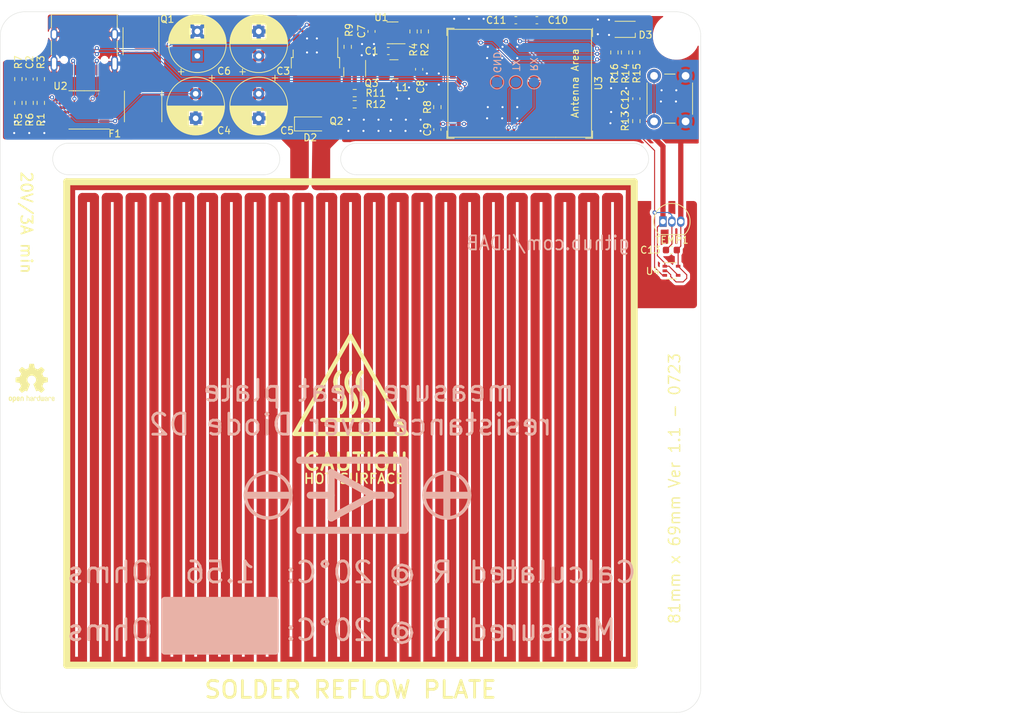
<source format=kicad_pcb>
(kicad_pcb (version 20221018) (generator pcbnew)
  (layers (0 "F.Cu" signal) (31 "B.Cu" signal) (34 "B.Paste" user) (35 "F.Paste" user) (36 "B.SilkS" user "B.Silkscreen") (37 "F.SilkS" user "F.Silkscreen") (38 "B.Mask" user) (39 "F.Mask" user) (44 "Edge.Cuts" user))
  (net 0 "")
  (net 1 "GND")
  (net 2 "VCC")
  (net 3 "/GATE")
  (net 4 "HEATPLATE")
  (net 5 "Net-(U1-LX)")
  (net 6 "/TX0")
  (net 7 "/RX0")
  (net 8 "Net-(U1-BST)")
  (net 9 "+5V")
  (net 10 "Net-(Q1-G)")
  (net 11 "+3V3")
  (net 12 "/GPIO_0{slash}BOOT")
  (net 13 "/T_ANALOG")
  (net 14 "Net-(U3-EN)")
  (net 15 "Net-(D2-A)")
  (net 16 "Net-(D3-RK)")
  (net 17 "/CC1")
  (net 18 "/D+")
  (net 19 "/D-")
  (net 20 "Net-(D3-BK)")
  (net 21 "/CC2")
  (net 22 "Net-(D3-GK)")
  (net 23 "/SEL")
  (net 26 "Net-(Q2-G)")
  (net 27 "/LED_B")
  (net 28 "Net-(Q3-B)")
  (net 29 "Net-(U1-FB)")
  (net 35 "/LED_G")
  (net 36 "/LED_R")
  (net 72 "Net-(F1-Pad1)")
  (footprint "Package_SO:SOIC-8_3.9x4.9mm_P1.27mm" (layer "F.Cu") (at 80.1 64.2 -90)
    (fp_text reference "Q1")
    (fp_text value "WSP4409A")
  )
  (footprint "Connector_USB:USB_C_Receptacle_HRO_TYPE-C-31-M-12" (layer "F.Cu") (at 72.009 64.262 180)
    (fp_text reference "J1" hide)
    (fp_text value "USB_C_Receptacle")
  )
  (footprint "Resistor_SMD:R_0603_1608Metric" (layer "F.Cu") (at 150.8 75.6 90)
    (fp_text reference "R13")
    (fp_text value "10K")
  )
  (footprint "Package_TO_SOT_SMD:SOT-23" (layer "F.Cu") (at 110.6 68.6 -90)
    (fp_text reference "Q3")
    (fp_text value "SS8050")
  )
  (footprint "Resistor_SMD:R_0603_1608Metric" (layer "F.Cu") (at 109.6 65 90)
    (fp_text reference "R9")
    (fp_text value "5K1")
  )
  (footprint "Capacitor_THT:CP_Radial_D8.0mm_P3.50mm" (layer "F.Cu") (at 96.9 71.7 -90)
    (fp_text reference "C5")
    (fp_text value "680u/16V")
  )
  (footprint "Button_Switch_THT:SW_PUSH_6mm_H4.3mm" (layer "F.Cu") (at 153.325 75.64 90)
    (fp_text reference "SW1" hide)
    (fp_text value "SW_Push")
  )
  (footprint "Package_TO_SOT_SMD:SOT-23-6" (layer "F.Cu") (at 116 63 180)
    (fp_text reference "U1")
    (fp_text value "DIO6912")
  )
  (footprint "Resistor_SMD:R_0603_1608Metric" (layer "F.Cu") (at 64.2 73 90)
    (fp_text reference "R6")
    (fp_text value "5K1")
  )
  (footprint "Capacitor_THT:CP_Radial_D8.0mm_P3.50mm" (layer "F.Cu") (at 88.138 66.295651 90)
    (fp_text reference "C6")
    (fp_text value "680u/16V")
  )
  (footprint "Package_TO_SOT_SMD:TO-252-2" (layer "F.Cu") (at 105 69 -90)
    (fp_text reference "Q2")
    (fp_text value "IRLR8726TRPBF")
  )
  (footprint "Package_SO:TSSOP-16_4.4x5mm_P0.65mm" (layer "F.Cu") (at 72 74 180)
    (fp_text reference "U2")
    (fp_text value "IP2721")
  )
  (footprint "NetTie:NetTie-2_SMD_Pad1.3mm" (layer "F.Cu") (at 101.4 84.8 180)
    (fp_text reference "NT1" hide)
    (fp_text value "NetTie_2")
  )
  (footprint "Capacitor_THT:CP_Radial_D8.0mm_P3.50mm" (layer "F.Cu") (at 96.9 66.3 90)
    (fp_text reference "C3")
    (fp_text value "680u/16V")
  )
  (footprint "Resistor_SMD:R_0603_1608Metric" (layer "F.Cu") (at 62.6 69.6 -90)
    (fp_text reference "R7")
    (fp_text value "1M")
  )
  (footprint "Capacitor_SMD:C_0603_1608Metric" (layer "F.Cu") (at 150.8 72.4 -90)
    (fp_text reference "C12")
    (fp_text value "100n")
  )
  (footprint "Resistor_SMD:R_0603_1608Metric" (layer "F.Cu") (at 149.2 65.8 90)
    (fp_text reference "R14")
    (fp_text value "1K")
  )
  (footprint "Resistor_SMD:R_0603_1608Metric" (layer "F.Cu") (at 150.768 65.8 -90)
    (fp_text reference "R15")
    (fp_text value "1K")
  )
  (footprint "Resistor_SMD:R_0603_1608Metric" (layer "F.Cu") (at 65.8 69.6 -90)
    (fp_text reference "R3")
    (fp_text value "10K")
  )
  (footprint "Capacitor_SMD:C_0603_1608Metric" (layer "F.Cu") (at 113 62.8 90)
    (fp_text reference "C7")
    (fp_text value "10u")
  )
  (footprint "Capacitor_SMD:C_0603_1608Metric" (layer "F.Cu") (at 64.2 69.6 90)
    (fp_text reference "C2")
    (fp_text value "10u")
  )
  (footprint "LED_SMD:LED_Cree-PLCC4_2x2mm_CW" (layer "F.Cu") (at 149.2 62.5 180)
    (fp_text reference "D3")
    (fp_text value "LED_RBAG")
  )
  (footprint "Capacitor_SMD:C_0603_1608Metric" (layer "F.Cu") (at 122.4 76.8 90)
    (fp_text reference "C9")
    (fp_text value "100n")
  )
  (footprint "Capacitor_THT:CP_Radial_D8.0mm_P3.50mm" (layer "F.Cu") (at 87.9 71.7 -90)
    (fp_text reference "C4")
    (fp_text value "680u/16V")
  )
  (footprint "MountingHole:MountingHole_3.2mm_M3" (layer "F.Cu") (at 63.5 63.5)
    (fp_text reference "H1" hide)
    (fp_text value "M3")
  )
  (footprint "MountingHole:MountingHole_3.2mm_M3" (layer "F.Cu") (at 156.5 156.5)
    (fp_text reference "H4" hide)
    (fp_text value "M3")
  )
  (footprint "Capacitor_SMD:C_0603_1608Metric" (layer "F.Cu") (at 119.8 68.2 90)
    (fp_text reference "C8")
    (fp_text value "10u")
  )
  (footprint "Resistor_SMD:R_0603_1608Metric" (layer "F.Cu") (at 110.6 71.6)
    (fp_text reference "R11")
    (fp_text value "10k")
  )
  (footprint "Capacitor_SMD:C_0603_1608Metric" (layer "F.Cu") (at 136.6 61.2 180)
    (fp_text reference "C10")
    (fp_text value "10u")
  )
  (footprint "Capacitor_SMD:C_0603_1608Metric" (layer "F.Cu") (at 155.8 94 180)
    (fp_text reference "C13")
    (fp_text value "68p")
  )
  (footprint "Package_TO_SOT_THT:TO-92_Inline" (layer "F.Cu") (at 154.6 89.94)
    (fp_text reference "TEMP1")
    (fp_text value "LMT85")
  )
  (footprint "Espressif:ESP32-S3-MINI-1" (layer "F.Cu") (at 131.6 70.2 -90)
    (fp_text reference "U3")
    (fp_text value "ESP32-S3-MINI-1")
  )
  (footprint "Inductor_SMD:L_1210_3225Metric" (layer "F.Cu") (at 116.2 68.2)
    (fp_text reference "L1")
    (fp_text value "4.7u")
  )
  (footprint "Capacitor_SMD:C_0603_1608Metric" (layer "F.Cu") (at 133.6 61.2)
    (fp_text reference "C11")
    (fp_text value "100n")
  )
  (footprint "Resistor_SMD:R_0603_1608Metric" (layer "F.Cu") (at 62.6 73 90)
    (fp_text reference "R5")
    (fp_text value "5K1")
  )
  (footprint "Resistor_SMD:R_0603_1608Metric" (layer "F.Cu") (at 119 62.8 -90)
    (fp_text reference "R4")
    (fp_text value "22K")
  )
  (footprint "Capacitor_SMD:C_0603_1608Metric" (layer "F.Cu") (at 115.4 65.6)
    (fp_text reference "C1")
    (fp_text value "100n")
  )
  (footprint "Resistor_SMD:R_0603_1608Metric" (layer "F.Cu") (at 122.4 73.6 90)
    (fp_text reference "R8")
    (fp_text value "1K")
  )
  (footprint "MountingHole:MountingHole_3.2mm_M3" (layer "F.Cu") (at 63.5 156.5)
    (fp_text reference "H3" hide)
    (fp_text value "M3")
  )
  (footprint "Symbol:OSHW-Logo2_7.3x6mm_SilkScreen" (layer "F.Cu") (at 64.5 113)
    (fp_text reference "LOGO1" hide)
    (fp_text value "Logo_Open_Hardware_Small" hide)
  )
  (footprint "Package_TO_SOT_SMD:SOT-353_SC-70-5" (layer "F.Cu") (at 155.814 96.962)
    (fp_text reference "U4")
    (fp_text value "LMT85DCK")
  )
  (footprint "Diode_SMD:D_SOD-123" (layer "F.Cu") (at 104.25 76)
    (fp_text reference "D2")
    (fp_text value "B5819W")
  )
  (footprint "Resistor_SMD:R_0603_1608Metric" (layer "F.Cu") (at 147.668 65.8 -90)
    (fp_text reference "R16")
    (fp_text value "1K")
  )
  (footprint "Resistor_SMD:R_0603_1608Metric" (layer "F.Cu") (at 120.6 62.8 90)
    (fp_text reference "R2")
    (fp_text value "100K")
  )
  (footprint "MountingHole:MountingHole_3.2mm_M3" (layer "F.Cu") (at 156.5 63.5)
    (fp_text reference "H2" hide)
    (fp_text value "M3")
  )
  (footprint "NetTie:NetTie-2_SMD_Pad1.3mm" (layer "F.Cu") (at 107.1 84.8)
    (fp_text reference "NT2" hide)
    (fp_text value "NetTie_2")
  )
  (footprint "Fuse:Fuse_2920_7451Metric" (layer "F.Cu") (at 80.4 73.5 90)
    (fp_text reference "F1")
    (fp_text value "3A")
  )
  (footprint "Resistor_SMD:R_0603_1608Metric" (layer "F.Cu") (at 65.8 73 -90)
    (fp_text reference "R1")
    (fp_text value "100K")
  )
  (footprint "Resistor_SMD:R_0603_1608Metric" (layer "F.Cu") (at 110.6 73.2 180)
    (fp_text reference "R12")
    (fp_text value "1k")
  )
  (footprint "TestPoint:TestPoint_Pad_D1.5mm" (layer "B.Cu") (at 130.91 70.05)
    (fp_text reference "TP3" hide)
    (fp_text value "TestPoint")
  )
  (footprint "TestPoint:TestPoint_Pad_D1.5mm" (layer "B.Cu") (at 133.6 70.05)
    (fp_text reference "TP1" hide)
    (fp_text value "TestPoint")
  )
  (footprint "TestPoint:TestPoint_Pad_D1.5mm" (layer "B.Cu") (at 136.2 70.05)
    (fp_text reference "TP2" hide)
    (fp_text value "TestPoint")
  )
  (gr_line (start 107.25 129) (end 104.25 129) (stroke (width 1)) (layer "B.SilkS"))
  (gr_line (start 117.75 134) (end 102.75 134) (stroke (width 1)) (layer "B.SilkS"))
  (gr_line (start 126.75 129) (end 120.75 129) (stroke (width 1)) (layer "B.SilkS"))
  (gr_line (start 117.75 134) (end 117.75 124) (stroke (width 1)) (layer "B.SilkS"))
  (gr_line (start 117.75 124) (end 102.75 124) (stroke (width 1)) (layer "B.SilkS"))
  (gr_circle (center 98.25 129) (end 95 129) (stroke (width 0.5)) (fill none) (layer "B.SilkS"))
  (gr_circle (center 123.75 129) (end 120.5 129) (stroke (width 0.5)) (fill none) (layer "B.SilkS"))
  (gr_line (start 107.25 125.75) (end 113.25 129) (stroke (width 1)) (layer "B.SilkS"))
  (gr_line (start 101.25 129) (end 95.25 129) (stroke (width 1)) (layer "B.SilkS"))
  (gr_line (start 107.25 132.25) (end 107.25 125.75) (stroke (width 1)) (layer "B.SilkS"))
  (gr_line (start 112.75 129) (end 115.75 129) (stroke (width 1)) (layer "B.SilkS"))
  (gr_line (start 123.75 132) (end 123.75 126) (stroke (width 1)) (layer "B.SilkS"))
  (gr_line (start 113.25 129) (end 107.25 132.25) (stroke (width 1)) (layer "B.SilkS"))
  (gr_rect (start 83.5 144) (end 99.25 151.25) (stroke (width 1)) (fill solid) (layer "B.SilkS"))
  (gr_arc (start 108.4 114.181) (mid 107.981618 113.55435) (end 107.834891 112.815293) (stroke (width 0.6)) (layer "F.SilkS"))
  (gr_arc (start 108.634 114.416) (mid 109.052458 115.042267) (end 109.199402 115.781) (stroke (width 0.6)) (layer "F.SilkS"))
  (gr_line locked (start 102 120.25) (end 110 106.25) (stroke (width 0.6)) (layer "F.SilkS"))
  (gr_line locked (start 110 114.25) (end 110.234 114.484) (stroke (width 0.6)) (layer "F.SilkS"))
  (gr_line locked (start 102 120.25) (end 118 120.25) (stroke (width 0.6)) (layer "F.SilkS"))
  (gr_arc (start 111.6 114.181) (mid 111.181618 113.55435) (end 111.034891 112.815293) (stroke (width 0.6)) (layer "F.SilkS"))
  (gr_arc (start 110 114.25) (mid 109.581235 113.623274) (end 109.434184 112.884) (stroke (width 0.6)) (layer "F.SilkS"))
  (gr_arc (start 110.8 115.85) (mid 110.653011 116.588962) (end 110.234423 117.215423) (stroke (width 0.6)) (layer "F.SilkS"))
  (gr_line (start 69.5 84.25) (end 69.5 153.25) (stroke (width 1)) (layer "F.SilkS"))
  (gr_arc (start 109.2 115.781) (mid 109.053011 116.519962) (end 108.634423 117.146423) (stroke (width 0.6)) (layer "F.SilkS"))
  (gr_arc (start 107.834 112.816) (mid 107.981065 112.076656) (end 108.39987 111.44987) (stroke (width 0.6)) (layer "F.SilkS"))
  (gr_arc (start 110.234 114.484) (mid 110.652841 115.110344) (end 110.800109 115.849293) (stroke (width 0.6)) (layer "F.SilkS"))
  (gr_arc (start 111.834 114.416) (mid 112.252458 115.042267) (end 112.399402 115.781) (stroke (width 0.6)) (layer "F.SilkS"))
  (gr_arc (start 112.4 115.781) (mid 112.253011 116.519962) (end 111.834423 117.146423) (stroke (width 0.6)) (layer "F.SilkS"))
  (gr_line locked (start 106 118.25) (end 114 118.25) (stroke (width 0.6)) (layer "F.SilkS"))
  (gr_line (start 150.5 84.25) (end 69.5 84.25) (stroke (width 1)) (layer "F.SilkS"))
  (gr_arc (start 111.034 112.816) (mid 111.181065 112.076656) (end 111.59987 111.44987) (stroke (width 0.6)) (layer "F.SilkS"))
  (gr_arc (start 109.434 112.884) (mid 109.581065 112.144656) (end 109.99987 111.51787) (stroke (width 0.6)) (layer "F.SilkS"))
  (gr_line locked (start 110 106.25) (end 118 120.25) (stroke (width 0.6)) (layer "F.SilkS"))
  (gr_line (start 150.5 153.25) (end 69.5 153.25) (stroke (width 1)) (layer "F.SilkS"))
  (gr_line locked (start 108.4 114.181) (end 108.634 114.416) (stroke (width 0.6)) (layer "F.SilkS"))
  (gr_line (start 150.5 84.25) (end 150.5 153.25) (stroke (width 1)) (layer "F.SilkS"))
  (gr_line locked (start 111.6 114.181) (end 111.834 114.416) (stroke (width 0.6)) (layer "F.SilkS"))
  (gr_arc (start 156.5 60) (mid 158.974874 61.025126) (end 160 63.5) (stroke (width 0.05)) (layer "Edge.Cuts"))
  (gr_line (start 60 156.5) (end 60 63.5) (stroke (width 0.05)) (layer "Edge.Cuts"))
  (gr_arc (start 69.75 83.25) (mid 67.5 81) (end 69.75 78.75) (stroke (width 0.05)) (layer "Edge.Cuts"))
  (gr_line (start 97.65 78.75) (end 69.75 78.75) (stroke (width 0.05)) (layer "Edge.Cuts"))
  (gr_arc (start 63.5 160) (mid 61.025126 158.974874) (end 60 156.5) (stroke (width 0.05)) (layer "Edge.Cuts"))
  (gr_arc (start 110.85 83.25) (mid 108.6 81) (end 110.85 78.75) (stroke (width 0.05)) (layer "Edge.Cuts"))
  (gr_arc (start 160 156.5) (mid 158.974874 158.974874) (end 156.5 160) (stroke (width 0.05)) (layer "Edge.Cuts"))
  (gr_line (start 156.5 160) (end 63.5 160) (stroke (width 0.05)) (layer "Edge.Cuts"))
  (gr_line (start 69.75 83.25) (end 97.65 83.25) (stroke (width 0.05)) (layer "Edge.Cuts"))
  (gr_arc (start 150.3 78.75) (mid 152.55 81) (end 150.3 83.25) (stroke (width 0.05)) (layer "Edge.Cuts"))
  (gr_line (start 150.3 83.25) (end 110.85 83.25) (stroke (width 0.05)) (layer "Edge.Cuts"))
  (gr_arc (start 60 63.5) (mid 61.025126 61.025126) (end 63.5 60) (stroke (width 0.05)) (layer "Edge.Cuts"))
  (gr_line (start 63.5 60) (end 156.5 60) (stroke (width 0.05)) (layer "Edge.Cuts"))
  (gr_line (start 110.85 78.75) (end 150.3 78.75) (stroke (width 0.05)) (layer "Edge.Cuts"))
  (gr_arc (start 97.65 78.75) (mid 99.9 81) (end 97.65 83.25) (stroke (width 0.05)) (layer "Edge.Cuts"))
  (gr_line (start 160 63.5) (end 160 156.5) (stroke (width 0.05)) (layer "Edge.Cuts"))
  (gr_text "github.com/LDAB" (at 150 93) (layer "B.SilkS") (effects (font (size 2 1.8) (thickness 0.25)) (justify left mirror)))
  (gr_text "GND" (at 130.91 68.85 270) (layer "B.SilkS") (effects (font (size 1 1)) (justify left mirror)))
  (gr_text "TX" (at 133.604 68.58 270) (layer "B.SilkS") (effects (font (size 1 1)) (justify left mirror)))
  (gr_text "RX" (at 136.144 68.58 270) (layer "B.SilkS") (effects (font (size 1 1)) (justify left mirror)))
  (gr_text "1.56  Ohms" (at 69.25 140) (layer "B.SilkS") (effects (font (size 3 3) (thickness 0.4)) (justify right mirror)))
  (gr_text "Measured R @ 20°C:" (at 100.5 148.25) (layer "B.SilkS") (effects (font (size 3 3) (thickness 0.4)) (justify right mirror)))
  (gr_text "Calculated R @ 20°C:" (at 100.5 140) (layer "B.SilkS") (effects (font (size 3 3) (thickness 0.4)) (justify right mirror)))
  (gr_text "measure heat plate \nresistance over Diode D2" (at 110 116.5) (layer "B.SilkS") (effects (font (size 3 3) (thickness 0.4)) (justify mirror)))
  (gr_text "Ohms" (at 69.25 148.25) (layer "B.SilkS") (effects (font (size 3 3) (thickness 0.4)) (justify right mirror)))
  (gr_text "Ver 1.1 - 0723\n" (at 156.25 128.1 90) (layer "F.SilkS") (effects (font (size 1.6 1.6) (thickness 0.2)) (justify left)))
  (gr_text "CAUTION" (at 103 124.25) (layer "F.SilkS") (effects (font (size 2.4 2.4) (thickness 0.4)) (justify left)))
  (gr_text "20V/3A min" (at 63.75 82.65 270) (layer "F.SilkS") (effects (font (size 1.6 1.6) (thickness 0.25)) (justify left)))
  (gr_text "HOT SURFACE" (at 103.2 126.65) (layer "F.SilkS") (effects (font (size 1.4 1.4) (thickness 0.24)) (justify left)))
  (gr_text "81mm x 69mm" (at 156.25 147.5 90) (layer "F.SilkS") (effects (font (size 1.6 1.6) (thickness 0.2)) (justify left)))
  (gr_text "SOLDER REFLOW PLATE" (at 110 156.75) (layer "F.SilkS") (effects (font (size 2.4 2.4) (thickness 0.4))))
  (segment (start 156.764 96.312) (end 157.988 97.536) (width 0.15) (layer "F.Cu") (net 1))
  (segment (start 156.764 94.189) (end 156.764 96.312) (width 0.15) (layer "F.Cu") (net 1))
  (segment (start 156.575 94) (end 156.764 94.189) (width 0.15) (layer "F.Cu") (net 1))
  (segment (start 157.14 93.435) (end 157.14 89.94) (width 0.15) (layer "F.Cu") (net 1))
  (segment (start 157.988 97.536) (end 157.988 98.044) (width 0.15) (layer "F.Cu") (net 1))
  (segment (start 156.575 94) (end 157.14 93.435) (width 0.15) (layer "F.Cu") (net 1))
  (segment (start 155.702 97.536) (end 155.128 96.962) (width 0.15) (layer "F.Cu") (net 1))
  (segment (start 157.48 98.552) (end 156.464 98.552) (width 0.15) (layer "F.Cu") (net 1))
  (segment (start 155.128 96.962) (end 154.864 96.962) (width 0.15) (layer "F.Cu") (net 1))
  (segment (start 157.988 98.044) (end 157.48 98.552) (width 0.15) (layer "F.Cu") (net 1))
  (segment (start 156.464 98.552) (end 155.702 97.79) (width 0.15) (layer "F.Cu") (net 1))
  (segment (start 157.14 76.325) (end 157.825 75.64) (width 0.75) (layer "F.Cu") (net 1))
  (segment (start 155.702 97.79) (end 155.702 97.536) (width 0.15) (layer "F.Cu") (net 1))
  (segment (start 157.14 89.94) (end 157.14 76.325) (width 0.75) (layer "F.Cu") (net 1))
  (via (at 129.6 65) (size 0.6) (drill 0.3) (layers "F.Cu" "B.Cu") (net 1))
  (via (at 129.6 73.6) (size 0.6) (drill 0.3) (layers "F.Cu" "B.Cu") (net 1))
  (via (at 149.25 75.9) (size 0.6) (drill 0.3) (layers "F.Cu" "B.Cu") (net 1))
  (via (at 129 61) (size 0.6) (drill 0.3) (layers "F.Cu" "B.Cu") (net 1))
  (via (at 154.3 72.8) (size 0.6) (drill 0.3) (layers "F.Cu" "B.Cu") (net 1))
  (via (at 156.45 72.8) (size 0.6) (drill 0.3) (layers "F.Cu" "B.Cu") (net 1))
  (via (at 133.8 65) (size 0.6) (drill 0.3) (layers "F.Cu" "B.Cu") (net 1))
  (via (at 109.7 77) (size 0.6) (drill 0.3) (layers "F.Cu" "B.Cu") (net 1))
  (via (at 147.3 69.3) (size 0.6) (drill 0.3) (layers "F.Cu" "B.Cu") (net 1))
  (via (at 122.6 68.8) (size 0.6) (drill 0.3) (layers "F.Cu" "B.Cu") (net 1))
  (via (at 62.1 75.7) (size 0.6) (drill 0.3) (layers "F.Cu" "B.Cu") (net 1))
  (via (at 133.8 73.6) (size 0.6) (drill 0.3) (layers "F.Cu" "B.Cu") (net 1))
  (via (at 145.3 63.2) (size 0.6) (drill 0.3) (layers "F.Cu" "B.Cu") (net 1))
  (via (at 116.6 72.4) (size 0.6) (drill 0.3) (layers "F.Cu" "B.Cu") (net 1))
  (via (at 147.2 70.9) (size 0.6) (drill 0.3) (layers "F.Cu" "B.Cu") (net 1))
  (via (at 103.8 65.8) (size 0.6) (drill 0.3) (layers "F.Cu" "B.Cu") (net 1))
  (via (at 133.8 75.2) (size 0.6) (drill 0.3) (layers "F.Cu" "B.Cu") (net 1))
  (via (at 131.65 75.2) (size 0.6) (drill 0.3) (layers "F.Cu" "B.Cu") (net 1))
  (via (at 116.65 70.8) (size 0.6) (drill 0.3) (layers "F.Cu" "B.Cu") (net 1))
  (via (at 154.4 71.2) (size 0.6) (drill 0.3) (layers "F.Cu" "B.Cu") (net 1))
  (via (at 120 75.4) (size 0.6) (drill 0.3) (layers "F.Cu" "B.Cu") (net 1))
  (via (at 131.7 73.6) (size 0.6) (drill 0.3) (layers "F.Cu" "B.Cu") (net 1))
  (via (at 111.9 75.4) (size 0.6) (drill 0.3) (layers "F.Cu" "B.Cu") (net 1))
  (via (at 111.85 77) (size 0.6) (drill 0.3) (layers "F.Cu" "B.Cu") (net 1))
  (via (at 113.35 66.2) (size 0.6) (drill 0.3) (layers "F.Cu" "B.Cu") (net 1))
  (via (at 149.3 74.3) (size 0.6) (drill 0.3) (layers "F.Cu" "B.Cu") (net 1))
  (via (at 124.8 61) (size 0.6) (drill 0.3) (layers "F.Cu" "B.Cu") (net 1))
  (via (at 64.2 75.7) (size 0.6) (drill 0.3) (layers "F.Cu" "B.Cu") (net 1))
  (via (at 118.35 72.4) (size 0.6) (drill 0.3) (layers "F.Cu" "B.Cu") (net 1))
  (via (at 131.7 65) (size 0.6) (drill 0.3) (layers "F.Cu" "B.Cu") (net 1))
  (via (at 126.9 61) (size 0.6) (drill 0.3) (layers "F.Cu" "B.Cu") (net 1))
  (via (at 118.35 70.8) (size 0.6) (drill 0.3) (layers "F.Cu" "B.Cu") (net 1))
  (via (at 64.15 77.3) (size 0.6) (drill 0.3) (layers "F.Cu" "B.Cu") (net 1))
  (via (at 113.35 64.6) (size 0.6) (drill 0.3) (layers "F.Cu" "B.Cu") (net 1))
  (via (at 114 77) (size 0.6) (drill 0.3) (layers "F.Cu" "B.Cu") (net 1))
  (via (at 109.8 75.4) (size 0.6) (drill 0.3) (layers "F.Cu" "B.Cu") (net 1))
  (via (at 120 77) (size 0.6) (drill 0.3) (layers "F.Cu" "B.Cu") (net 1))
  (via (at 156.5 71.2) (size 0.6) (drill 0.3) (layers "F.Cu" "B.Cu") (net 1))
  (via (at 149.4 69.3) (size 0.6) (drill 0.3) (layers "F.Cu" "B.Cu") (net 1))
  (via (at 66.3 75.7) (size 0.6) (drill 0.3) (layers "F.Cu" "B.Cu") (net 1))
  (via (at 120.9 68.8) (size 0.6) (drill 0.3) (layers "F.Cu" "B.Cu") (net 1))
  (via (at 103.8 63.8) (size 0.6) (drill 0.3) (layers "F.Cu" "B.Cu") (net 1))
  (via (at 111.65 64.6) (size 0.6) (drill 0.3) (layers "F.Cu" "B.Cu") (net 1))
  (via (at 149.35 70.9) (size 0.6) (drill 0.3) (layers "F.Cu" "B.Cu") (net 1))
  (via (at 133.8 66.6) (size 0.6) (drill 0.3) (layers "F.Cu" "B.Cu") (net 1))
  (via (at 146.9 61.15) (size 0.6) (drill 0.3) (layers "F.Cu" "B.Cu") (net 1))
  (via (at 146.9 63.3) (size 0.6) (drill 0.3) (layers "F.Cu" "B.Cu") (net 1))
  (via (at 117.85 77) (size 0.6) (drill 0.3) (layers "F.Cu" "B.Cu") (net 1))
  (via (at 145.3 61.1) (size 0.6) (drill 0.3) (layers "F.Cu" "B.Cu") (net 1))
  (via (at 114 75.4) (size 0.6) (drill 0.3) (layers "F.Cu" "B.Cu") (net 1))
  (via (at 115.8 75.4) (size 0.6) (drill 0.3) (layers "F.Cu" "B.Cu") (net 1))
  (via (at 117.9 75.4) (size 0.6) (drill 0.3) (layers "F.Cu" "B.Cu") (net 1))
  (via (at 66.3 77.3) (size 0.6) (drill 0.3) (layers "F.Cu" "B.Cu") (net 1))
  (via (at 120.85 70.4) (size 0.6) (drill 0.3) (layers "F.Cu" "B.Cu") (net 1))
  (via (at 131.65 66.6) (size 0.6) (drill 0.3) (layers "F.Cu" "B.Cu") (net 1))
  (via (at 62 77.3) (size 0.6) (drill 0.3) (layers "F.Cu" "B.Cu") (net 1))
  (via (at 129.5 75.2) (size 0.6) (drill 0.3) (layers "F.Cu" "B.Cu") (net 1))
  (via (at 147.2 74.3) (size 0.6) (drill 0.3) (layers "F.Cu" "B.Cu") (net 1))
  (via (at 111.6 66.2) (size 0.6) (drill 0.3) (layers "F.Cu" "B.Cu") (net 1))
  (via (at 105.2 65.8) (size 0.6) (drill 0.3) (layers "F.Cu" "B.Cu") (net 1))
  (via (at 105.2 63.8) (size 0.6) (drill 0.3) (layers "F.Cu" "B.Cu") (net 1))
  (via (at 115.7 77) (size 0.6) (drill 0.3) (layers "F.Cu" "B.Cu") (net 1))
  (via (at 129.5 66.6) (size 0.6) (drill 0.3) (layers "F.Cu" "B.Cu") (net 1))
  (via (at 147.1 75.9) (size 0.6) (drill 0.3) (layers "F.Cu" "B.Cu") (net 1))
  (via (at 122.6 70.4) (size 0.6) (drill 0.3) (layers "F.Cu" "B.Cu") (net 1))
  (segment (start 76.4 75.6) (end 76.375 75.625) (width 0.15) (layer "F.Cu") (net 2))
  (segment (start 106.580978 66.4) (end 109.2 66.4) (width 0.3) (layer "F.Cu") (net 2))
  (segment (start 65.8 72.175) (end 65.825 72.2) (width 0.15) (layer "F.Cu") (net 2))
  (segment (start 109.6 66) (end 109.6 65.825) (width 0.3) (layer "F.Cu") (net 2))
  (segment (start 109.2 66.4) (end 109.6 66) (width 0.3) (layer "F.Cu") (net 2))
  (segment (start 102.3 84.8) (end 103.4 84.8) (width 1.3) (layer "F.Cu") (net 2))
  (segment (start 102.15 61.8) (end 103.15 62.8) (width 0.3) (layer "F.Cu") (net 2))
  (segment (start 105.4 62.8) (end 106.2 63.6) (width 0.3) (layer "F.Cu") (net 2))
  (segment (start 103.15 62.8) (end 105.4 62.8) (width 0.3) (layer "F.Cu") (net 2))
  (segment (start 76.375 75.625) (end 74.8625 75.625) (width 0.15) (layer "F.Cu") (net 2))
  (segment (start 106.2 66.019022) (end 106.580978 66.4) (width 0.3) (layer "F.Cu") (net 2))
  (segment (start 65.825 72.2) (end 67.4 72.2) (width 0.15) (layer "F.Cu") (net 2))
  (segment (start 106.2 63.6) (end 106.2 66.019022) (width 0.3) (layer "F.Cu") (net 2))
  (via (at 76.4 75.6) (size 0.6) (drill 0.3) (layers "F.Cu" "B.Cu") (net 2))
  (via (at 67.4 72.2) (size 0.6) (drill 0.3) (layers "F.Cu" "B.Cu") (net 2))
  (segment (start 70.8 75.6) (end 67.4 72.2) (width 0.15) (layer "B.Cu") (net 2))
  (segment (start 87.9 71.7) (end 80.3 71.7) (width 0.15) (layer "B.Cu") (net 2))
  (segment (start 80.3 71.7) (end 76.4 75.6) (width 0.15) (layer "B.Cu") (net 2))
  (segment (start 76.4 75.6) (end 70.8 75.6) (width 0.15) (layer "B.Cu") (net 2))
  (segment (start 111.425 73.2) (end 111.62452 73.39952) (width 0.15) (layer "F.Cu") (net 3))
  (segment (start 122.850841 73.39952) (end 123.4 72.850361) (width 0.15) (layer "F.Cu") (net 3))
  (segment (start 123.4 66.8) (end 124.25 65.95) (width 0.15) (layer "F.Cu") (net 3))
  (segment (start 123.4 72.850361) (end 123.4 66.8) (width 0.15) (layer "F.Cu") (net 3))
  (segment (start 111.62452 73.39952) (end 122.850841 73.39952) (width 0.15) (layer "F.Cu") (net 3))
  (segment (start 124.25 65.95) (end 124.6 65.95) (width 0.15) (layer "F.Cu") (net 3))
  (segment (start 87.05 86.5) (end 87.05 152.7) (width 1.3) (layer "F.Cu") (net 4))
  (segment (start 102.35 86.5) (end 104.05 86.5) (width 1.3) (layer "F.Cu") (net 4))
  (segment (start 141.45 152.7) (end 143.15 152.7) (width 1.3) (layer "F.Cu") (net 4))
  (segment (start 146.55 86.5) (end 148.25 86.5) (width 1.3) (layer "F.Cu") (net 4))
  (segment (start 115.95 152.7) (end 115.95 86.5) (width 1.3) (layer "F.Cu") (net 4))
  (segment (start 144.85 86.5) (end 144.85 152.7) (width 1.3) (layer "F.Cu") (net 4))
  (segment (start 119.35 86.5) (end 121.05 86.5) (width 1.3) (layer "F.Cu") (net 4))
  (segment (start 97.25 86.5) (end 97.25 152.7) (width 1.3) (layer "F.Cu") (net 4))
  (segment (start 121.05 86.5) (end 121.05 152.7) (width 1.3) (layer "F.Cu") (net 4))
  (segment (start 112.55 86.5) (end 114.25 86.5) (width 1.3) (layer "F.Cu") (net 4))
  (segment (start 117.65 152.7) (end 119.35 152.7) (width 1.3) (layer "F.Cu") (net 4))
  (segment (start 88.75 86.5) (end 90.45 86.5) (width 1.3) (layer "F.Cu") (net 4))
  (segment (start 132.95 86.5) (end 134.65 86.5) (width 1.3) (layer "F.Cu") (net 4))
  (segment (start 131.25 152.7) (end 132.95 152.7) (width 1.3) (layer "F.Cu") (net 4))
  (segment (start 98.95 86.5) (end 100.65 86.5) (width 1.3) (layer "F.Cu") (net 4))
  (segment (start 124.45 152.7) (end 126.15 152.7) (width 1.3) (layer "F.Cu") (net 4))
  (segment (start 129.55 86.5) (end 131.25 86.5) (width 1.3) (layer "F.Cu") (net 4))
  (segment (start 90.45 86.5) (end 90.45 152.7) (width 1.3) (layer "F.Cu") (net 4))
  (segment (start 139.75 152.7) (end 139.75 86.5) (width 1.3) (layer "F.Cu") (net 4))
  (segment (start 127.85 86.5) (end 127.85 152.7) (width 1.3) (layer "F.Cu") (net 4))
  (segment (start 134.65 86.5) (end 134.65 152.7) (width 1.3) (layer "F.Cu") (net 4))
  (segment (start 87.05 152.7) (end 88.75 152.7) (width 1.3) (layer "F.Cu") (net 4))
  (segment (start 81.95 152.7) (end 81.95 86.5) (width 1.3) (layer "F.Cu") (net 4))
  (segment (start 102.35 152.7) (end 102.35 86.5) (width 1.3) (layer "F.Cu") (net 4))
  (segment (start 81.95 86.5) (end 83.65 86.5) (width 1.3) (layer "F.Cu") (net 4))
  (segment (start 92.15 152.7) (end 92.15 86.5) (width 1.3) (layer "F.Cu") (net 4))
  (segment (start 83.65 86.5) (end 83.65 152.7) (width 1.3) (layer "F.Cu") (net 4))
  (segment (start 90.45 152.7) (end 92.15 152.7) (width 1.3) (layer "F.Cu") (net 4))
  (segment (start 141.45 86.5) (end 141.45 152.7) (width 1.3) (layer "F.Cu") (net 4))
  (segment (start 78.55 86.5) (end 80.25 86.5) (width 1.3) (layer "F.Cu") (net 4))
  (segment (start 126.15 152.7) (end 126.15 86.5) (width 1.3) (layer "F.Cu") (net 4))
  (segment (start 70.05 84.8) (end 70.05 152.7) (width 1.3) (layer "F.Cu") (net 4))
  (segment (start 149.95 152.7) (end 149.95 84.8) (width 1.3) (layer "F.Cu") (net 4))
  (segment (start 138.05 86.5) (end 138.05 152.7) (width 1.3) (layer "F.Cu") (net 4))
  (segment (start 104.05 86.5) (end 104.05 152.7) (width 1.3) (layer "F.Cu") (net 4))
  (segment (start 76.85 86.5) (end 76.85 152.7) (width 1.3) (layer "F.Cu") (net 4))
  (segment (start 139.75 86.5) (end 141.45 86.5) (width 1.3) (layer "F.Cu") (net 4))
  (segment (start 71.75 86.5) (end 73.45 86.5) (width 1.3) (layer "F.Cu") (net 4))
  (segment (start 93.85 86.5) (end 93.85 152.7) (width 1.3) (layer "F.Cu") (net 4))
  (segment (start 143.15 86.5) (end 144.85 86.5) (width 1.3) (layer "F.Cu") (net 4))
  (segment (start 107.45 86.5) (end 107.45 152.7) (width 1.3) (layer "F.Cu") (net 4))
  (segment (start 85.35 86.5) (end 87.05 86.5) (width 1.3) (layer "F.Cu") (net 4))
  (segment (start 136.35 152.7) (end 136.35 86.5) (width 1.3) (layer "F.Cu") (net 4))
  (segment (start 144.85 152.7) (end 146.55 152.7) (width 1.3) (layer "F.Cu") (net 4))
  (segment (start 148.25 86.5) (end 148.25 152.7) (width 1.3) (layer "F.Cu") (net 4))
  (segment (start 114.25 152.7) (end 115.95 152.7) (width 1.3) (layer "F.Cu") (net 4))
  (segment (start 132.95 152.7) (end 132.95 86.5) (width 1.3) (layer "F.Cu") (net 4))
  (segment (start 134.65 152.7) (end 136.35 152.7) (width 1.3) (layer "F.Cu") (net 4))
  (segment (start 104.05 152.7) (end 105.75 152.7) (width 1.3) (layer "F.Cu") (net 4))
  (segment (start 98.95 152.7) (end 98.95 86.5) (width 1.3) (layer "F.Cu") (net 4))
  (segment (start 95.55 152.7) (end 95.55 86.5) (width 1.3) (layer "F.Cu") (net 4))
  (segment (start 80.25 152.7) (end 81.95 152.7) (width 1.3) (layer "F.Cu") (net 4))
  (segment (start 107.45 152.7) (end 109.15 152.7) (width 1.3) (layer "F.Cu") (net 4))
  (segment (start 126.15 86.5) (end 127.85 86.5) (width 1.3) (layer "F.Cu") (net 4))
  (segment (start 85.35 152.7) (end 85.35 86.5) (width 1.3) (layer "F.Cu") (net 4))
  (segment (start 97.25 152.7) (end 98.95 152.7) (width 1.3) (layer "F.Cu") (net 4))
  (segment (start 114.25 86.5) (end 114.25 152.7) (width 1.3) (layer "F.Cu") (net 4))
  (segment (start 109.15 86.5) (end 110.85 86.5) (width 1.3) (layer "F.Cu") (net 4))
  (segment (start 75.15 152.7) (end 75.15 86.5) (width 1.3) (layer "F.Cu") (net 4))
  (segment (start 110.85 152.7) (end 112.55 152.7) (width 1.3) (layer "F.Cu") (net 4))
  (segment (start 100.5 84.8) (end 70.05 84.8) (width 1.3) (layer "F.Cu") (net 4))
  (segment (start 131.25 86.5) (end 131.25 152.7) (width 1.3) (layer "F.Cu") (net 4))
  (segment (start 121.05 152.7) (end 122.75 152.7) (width 1.3) (layer "F.Cu") (net 4))
  (segment (start 100.65 152.7) (end 102.35 152.7) (width 1.3) (layer "F.Cu") (net 4))
  (segment (start 100.65 86.5) (end 100.65 152.7) (width 1.3) (layer "F.Cu") (net 4))
  (segment (start 122.75 86.5) (end 124.45 86.5) (width 1.3) (layer "F.Cu") (net 4))
  (segment (start 105.75 152.7) (end 105.75 86.5) (width 1.3) (layer "F.Cu") (net 4))
  (segment (start 115.95 86.5) (end 117.65 86.5) (width 1.3) (layer "F.Cu") (net 4))
  (segment (start 112.55 152.7) (end 112.55 86.5) (width 1.3) (layer "F.Cu") (net 4))
  (segment (start 71.75 152.7) (end 71.75 86.5) (width 1.3) (layer "F.Cu") (net 4))
  (segment (start 124.45 86.5) (end 124.45 152.7) (width 1.3) (layer "F.Cu") (net 4))
  (segment (start 109.15 152.7) (end 109.15 86.5) (width 1.3) (layer "F.Cu") (net 4))
  (segment (start 136.35 86.5) (end 138.05 86.5) (width 1.3) (layer "F.Cu") (net 4))
  (segment (start 138.05 152.7) (end 139.75 152.7) (width 1.3) (layer "F.Cu") (net 4))
  (segment (start 73.45 86.5) (end 73.45 152.7) (width 1.3) (layer "F.Cu") (net 4))
  (segment (start 119.35 152.7) (end 119.35 86.5) (width 1.3) (layer "F.Cu") (net 4))
  (segment (start 80.25 86.5) (end 80.25 152.7) (width 1.3) (layer "F.Cu") (net 4))
  (segment (start 75.15 86.5) (end 76.85 86.5) (width 1.3) (layer "F.Cu") (net 4))
  (segment (start 146.55 152.7) (end 146.55 86.5) (width 1.3) (layer "F.Cu") (net 4))
  (segment (start 70.05 152.7) (end 71.75 152.7) (width 1.3) (layer "F.Cu") (net 4))
  (segment (start 78.55 152.7) (end 78.55 86.5) (width 1.3) (layer "F.Cu") (net 4))
  (segment (start 73.45 152.7) (end 75.15 152.7) (width 1.3) (layer "F.Cu") (net 4))
  (segment (start 117.65 86.5) (end 117.65 152.7) (width 1.3) (layer "F.Cu") (net 4))
  (segment (start 143.15 152.7) (end 143.15 86.5) (width 1.3) (layer "F.Cu") (net 4))
  (segment (start 127.85 152.7) (end 129.55 152.7) (width 1.3) (layer "F.Cu") (net 4))
  (segment (start 110.85 86.5) (end 110.85 152.7) (width 1.3) (layer "F.Cu") (net 4))
  (segment (start 149.95 84.8) (end 108 84.8) (width 1.3) (layer "F.Cu") (net 4))
  (segment (start 129.55 152.7) (end 129.55 86.5) (width 1.3) (layer "F.Cu") (net 4))
  (segment (start 88.75 152.7) (end 88.75 86.5) (width 1.3) (layer "F.Cu") (net 4))
  (segment (start 148.25 152.7) (end 149.95 152.7) (width 1.3) (layer "F.Cu") (net 4))
  (segment (start 122.75 152.7) (end 122.75 86.5) (width 1.3) (layer "F.Cu") (net 4))
  (segment (start 105.75 86.5) (end 107.45 86.5) (width 1.3) (layer "F.Cu") (net 4))
  (segment (start 76.85 152.7) (end 78.55 152.7) (width 1.3) (layer "F.Cu") (net 4))
  (segment (start 83.65 152.7) (end 85.35 152.7) (width 1.3) (layer "F.Cu") (net 4))
  (segment (start 93.85 152.7) (end 95.55 152.7) (width 1.3) (layer "F.Cu") (net 4))
  (segment (start 95.55 86.5) (end 97.25 86.5) (width 1.3) (layer "F.Cu") (net 4))
  (segment (start 92.15 86.5) (end 93.85 86.5) (width 1.3) (layer "F.Cu") (net 4))
  (segment (start 132.45 76.6745) (end 132.6 76.5245) (width 0.15) (layer "F.Cu") (net 6))
  (segment (start 132.45 77.2) (end 132.45 76.6745) (width 0.15) (layer "F.Cu") (net 6))
  (via (at 132.6 76.5245) (size 0.6) (drill 0.3) (layers "F.Cu" "B.Cu") (net 6))
  (segment (start 132.6 71.05) (end 133.6 70.05) (width 0.15) (layer "B.Cu") (net 6))
  (segment (start 132.6 76.5245) (end 132.6 71.05) (width 0.15) (layer "B.Cu") (net 6))
  (segment (start 133.3 76.6245) (end 133.4 76.5245) (width 0.15) (layer "F.Cu") (net 7))
  (segment (start 133.3 77.2) (end 133.3 76.6245) (width 0.15) (layer "F.Cu") (net 7))
  (via (at 133.4 76.5245) (size 0.6) (drill 0.3) (layers "F.Cu" "B.Cu") (net 7))
  (segment (start 136.2 73.7245) (end 136.2 70.05) (width 0.15) (layer "B.Cu") (net 7))
  (segment (start 133.4 76.5245) (end 136.2 73.7245) (width 0.15) (layer "B.Cu") (net 7))
  (segment (start 65.75 68.825) (end 65.8 68.775) (width 0.3) (layer "F.Cu") (net 9))
  (segment (start 76.070154 64.550154) (end 78.195 66.675) (width 0.3) (layer "F.Cu") (net 9))
  (segment (start 103.759 61.849) (end 106.045 61.849) (width 0.3) (layer "F.Cu") (net 9))
  (segment (start 68.850154 64.550154) (end 76.070154 64.550154) (width 0.3) (layer "F.Cu") (net 9))
  (segment (start 65.8 68.775) (end 65.8 67.600308) (width 0.3) (layer "F.Cu") (net 9))
  (segment (start 82.042 66.675) (end 84.074 64.643) (width 0.3) (layer "F.Cu") (net 9))
  (segment (start 64.2 68.825) (end 65.75 68.825) (width 0.3) (layer "F.Cu") (net 9))
  (segment (start 65.8 67.600308) (end 68.850154 64.550154) (width 0.3) (layer "F.Cu") (net 9))
  (segment (start 82.005 66.675) (end 82.042 66.675) (width 0.3) (layer "F.Cu") (net 9))
  (via (at 103.759 61.849) (size 0.6) (drill 0.3) (layers "F.Cu" "B.Cu") (net 9))
  (via (at 84.074 64.643) (size 0.6) (drill 0.3) (layers "F.Cu" "B.Cu") (net 9))
  (segment (start 84.074 64.643) (end 100.965 64.643) (width 0.3) (layer "B.Cu") (net 9))
  (segment (start 100.965 64.643) (end 103.759 61.849) (width 0.3) (layer "B.Cu") (net 9))
  (segment (start 62.6 68.1) (end 63 67.7) (width 0.3) (layer "F.Cu") (net 10))
  (segment (start 62.6 68.775) (end 62.6 68.1) (width 0.3) (layer "F.Cu") (net 10))
  (segment (start 71.03959 61.725) (end 78.195 61.725) (width 0.3) (layer "F.Cu") (net 10))
  (segment (start 65.06459 67.7) (end 71.03959 61.725) (width 0.3) (layer "F.Cu") (net 10))
  (segment (start 63 67.7) (end 65.06459 67.7) (width 0.3) (layer "F.Cu") (net 10))
  (segment (start 135.825 61.325) (end 136.5 62) (width 0.15) (layer "F.Cu") (net 11))
  (segment (start 150.8 76.425) (end 151.825 76.425) (width 0.75) (layer "F.Cu") (net 11))
  (segment (start 153.45 78.05) (end 154.6 79.2) (width 0.75) (layer "F.Cu") (net 11))
  (segment (start 135.825 61.2) (end 135.825 61.325) (width 0.15) (layer "F.Cu") (net 11))
  (segment (start 136.55 61.95) (end 148.45 61.95) (width 0.15) (layer "F.Cu") (net 11))
  (segment (start 122.4 72.775) (end 122.175 72.775) (width 0.15) (layer "F.Cu") (net 11))
  (segment (start 111.425 71.6) (end 114.2 71.6) (width 0.15) (layer "F.Cu") (net 11))
  (segment (start 114.2 71.6) (end 117.6 68.2) (width 0.15) (layer "F.Cu") (net 11))
  (segment (start 155.3 68.4) (end 155.3 76.2) (width 0.15) (layer "F.Cu") (net 11))
  (segment (start 155.3 76.2) (end 153.45 78.05) (width 0.15) (layer "F.Cu") (net 11))
  (segment (start 136.5 62) (end 136.55 61.95) (width 0.15) (layer "F.Cu") (net 11))
  (segment (start 154.6 79.2) (end 154.6 89.94) (width 0.75) (layer "F.Cu") (net 11))
  (segment (start 151.825 76.425) (end 153.45 78.05) (width 0.75) (layer "F.Cu") (net 11))
  (segment (start 149.2 60.9) (end 151.4 60.9) (width 0.15) (layer "F.Cu") (net 11))
  (segment (start 148.45 61.65) (end 149.2 60.9) (width 0.15) (layer "F.Cu") (net 11))
  (segment (start 122.175 72.775) (end 117.6 68.2) (width 0.15) (layer "F.Cu") (net 11))
  (segment (start 154.864 96.312) (end 155.464 96.312) (width 0.15) (layer "F.Cu") (net 11))
  (segment (start 151.4 60.9) (end 152.7 62.2) (width 0.15) (layer "F.Cu") (net 11))
  (segment (start 152.7 65.8) (end 155.3 68.4) (width 0.15) (layer "F.Cu") (net 11))
  (segment (start 153.8 94.8) (end 154.864 95.864) (width 0.15) (layer "F.Cu") (net 11))
  (segment (start 154.864 95.864) (end 154.864 96.312) (width 0.15) (layer "F.Cu") (net 11))
  (segment (start 152.7 62.2) (end 152.7 65.8) (width 0.15) (layer "F.Cu") (net 11))
  (segment (start 155.464 96.312) (end 156.764 97.612) (width 0.15) (layer "F.Cu") (net 11))
  (segment (start 153.8 90.74) (end 154.6 89.94) (width 0.15) (layer "F.Cu") (net 11))
  (segment (start 148.45 61.95) (end 148.45 61.65) (width 0.15) (layer "F.Cu") (net 11))
  (segment (start 153.8 94.8) (end 153.8 90.74) (width 0.15) (layer "F.Cu") (net 11))
  (segment (start 151.665 75.64) (end 150.8 74.775) (width 0.15) (layer "F.Cu") (net 12))
  (segment (start 153.325 75.64) (end 151.665 75.64) (width 0.15) (layer "F.Cu") (net 12))
  (segment (start 135 65) (end 135 63.2) (width 0.15) (layer "F.Cu") (net 12))
  (segment (start 150.8 73.175) (end 144.324022 73.175) (width 0.15) (layer "F.Cu") (net 12))
  (segment (start 138.075489 68.075489) (end 135 65) (width 0.15) (layer "F.Cu") (net 12))
  (segment (start 150.8 73.175) (end 150.8 74.775) (width 0.15) (layer "F.Cu") (net 12))
  (segment (start 139.224511 68.075489) (end 138.075489 68.075489) (width 0.15) (layer "F.Cu") (net 12))
  (segment (start 144.324022 73.175) (end 139.224511 68.075489) (width 0.15) (layer "F.Cu") (net 12))
  (segment (start 153.325 69.14) (end 153.325 75.64) (width 0.15) (layer "B.Cu") (net 12))
  (segment (start 135.574511 69.774511) (end 139.174511 69.774511) (width 0.15) (layer "F.Cu") (net 13))
  (segment (start 153.416 88.646) (end 153.4 88.662) (width 0.15) (layer "F.Cu") (net 13))
  (segment (start 153.4 96.473) (end 154.539 97.612) (width 0.15) (layer "F.Cu") (net 13))
  (segment (start 155.87 93.155) (end 155.025 94) (width 0.15) (layer "F.Cu") (net 13))
  (segment (start 154.539 97.612) (end 154.864 97.612) (width 0.15) (layer "F.Cu") (net 13))
  (segment (start 147.2 77.8) (end 151.4 77.8) (width 0.15) (layer "F.Cu") (net 13))
  (segment (start 127.724511 65.524511) (end 131.324511 65.524511) (width 0.15) (layer "F.Cu") (net 13))
  (segment (start 153.4 79.8) (end 153.4 88.63) (width 0.15) (layer "F.Cu") (net 13))
  (segment (start 155.87 89.94) (end 155.87 93.155) (width 0.15) (layer "F.Cu") (net 13))
  (segment (start 153.4 88.662) (end 153.4 96.473) (width 0.15) (layer "F.Cu") (net 13))
  (segment (start 126.5 64.3) (end 127.724511 65.524511) (width 0.15) (layer "F.Cu") (net 13))
  (segment (start 139.174511 69.774511) (end 147.2 77.8) (width 0.15) (layer "F.Cu") (net 13))
  (segment (start 131.324511 65.524511) (end 135.574511 69.774511) (width 0.15) (layer "F.Cu") (net 13))
  (segment (start 126.5 63.2) (end 126.5 64.3) (width 0.15) (layer "F.Cu") (net 13))
  (segment (start 151.4 77.8) (end 153.4 79.8) (width 0.15) (layer "F.Cu") (net 13))
  (segment (start 153.4 88.63) (end 153.416 88.646) (width 0.15) (layer "F.Cu") (net 13))
  (via (at 153.416 88.646) (size 0.6) (drill 0.3) (layers "F.Cu" "B.Cu") (net 13))
  (segment (start 153.416 88.646) (end 155.476 88.646) (width 0.15) (layer "B.Cu") (net 13))
  (segment (start 155.476 88.646) (end 155.87 89.04) (width 0.15) (layer "B.Cu") (net 13))
  (segment (start 155.87 89.04) (end 155.87 89.94) (width 0.15) (layer "B.Cu") (net 13))
  (segment (start 123.2 76) (end 122.425 76) (width 0.15) (layer "F.Cu") (net 14))
  (segment (start 137.55 77.000978) (end 136.549022 76) (width 0.15) (layer "F.Cu") (net 14))
  (segment (start 122.4 76.025) (end 122.4 74.425) (width 0.15) (layer "F.Cu") (net 14))
  (segment (start 122.425 76) (end 122.4 76.025) (width 0.15) (layer "F.Cu") (net 14))
  (segment (start 136.549022 76) (end 136.2 76) (width 0.15) (layer "F.Cu") (net 14))
  (segment (start 136.2 76) (end 126.2 76) (width 0.15) (layer "F.Cu") (net 14))
  (segment (start 137.55 77.2) (end 137.55 77.000978) (width 0.15) (layer "F.Cu") (net 14))
  (via (at 123.2 76) (size 0.6) (drill 0.3) (layers "F.Cu" "B.Cu") (net 14))
  (via (at 126.2 76) (size 0.6) (drill 0.3) (layers "F.Cu" "B.Cu") (net 14))
  (segment (start 126.2 76) (end 123.2 76) (width 0.15) (layer "B.Cu") (net 14))
  (segment (start 106.2 84.8) (end 105.1 84.8) (width 1.3) (layer "F.Cu") (net 15))
  (segment (start 149.95 64.225) (end 149.2 64.975) (width 0.15) (layer "F.Cu") (net 16))
  (segment (start 149.95 63.05) (end 149.95 64.225) (width 0.15) (layer "F.Cu") (net 16))
  (segment (start 71.275 74.325) (end 73.2 72.4) (width 0.15) (layer "F.Cu") (net 17))
  (segment (start 69.1375 74.325) (end 71.275 74.325) (width 0.15) (layer "F.Cu") (net 17))
  (segment (start 69.1375 74.325) (end 67.898586 74.325) (width 0.15) (layer "F.Cu") (net 17))
  (segment (start 67.324065 74.89952) (end 64.07452 74.89952) (width 0.15) (layer "F.Cu") (net 17))
  (segment (start 73.259 67.541) (end 73.259 68.307) (width 0.15) (layer "F.Cu") (net 17))
  (segment (start 64.07452 74.89952) (end 63 73.825) (width 0.15) (layer "F.Cu") (net 17))
  (segment (start 73.8 67) (end 73.259 67.541) (width 0.15) (layer "F.Cu") (net 17))
  (segment (start 67.898586 74.325) (end 67.324065 74.89952) (width 0.15) (layer "F.Cu") (net 17))
  (via (at 73.2 72.4) (size 0.6) (drill 0.3) (layers "F.Cu" "B.Cu") (net 17))
  (via (at 73.8 67) (size 0.6) (drill 0.3) (layers "F.Cu" "B.Cu") (net 17))
  (segment (start 73.2 72.4) (end 73.8 71.8) (width 0.15) (layer "B.Cu") (net 17))
  (segment (start 73.8 71.8) (end 73.8 67) (width 0.15) (layer "B.Cu") (net 17))
  (segment (start 126.300521 71.041251) (end 125.91674 71.425032) (width 0.15) (layer "F.Cu") (net 18))
  (segment (start 71.259 68.307) (end 71.259 67.219499) (width 0.15) (layer "F.Cu") (net 18))
  (segment (start 71.259 69.182) (end 71.477 69.4) (width 0.15) (layer "F.Cu") (net 18))
  (segment (start 126.300521 70.299479) (end 126.300521 71.041251) (width 0.15) (layer "F.Cu") (net 18))
  (segment (start 71.259 67.219499) (end 71.309 67.169499) (width 0.15) (layer "F.Cu") (net 18))
  (segment (start 71.309 67.169499) (end 71.309 66.608156) (width 0.15) (layer "F.Cu") (net 18))
  (segment (start 71.990022 69.4) (end 72.259 69.131022) (width 0.15) (layer "F.Cu") (net 18))
  (segment (start 71.309 66.608156) (end 72.517156 65.4) (width 0.15) (layer "F.Cu") (net 18))
  (segment (start 72.517156 65.4) (end 73.575 65.4) (width 0.15) (layer "F.Cu") (net 18))
  (segment (start 71.477 69.4) (end 71.990022 69.4) (width 0.15) (layer "F.Cu") (net 18))
  (segment (start 124.975032 71.425032) (end 124.6 71.05) (width 0.15) (layer "F.Cu") (net 18))
  (segment (start 71.259 68.307) (end 71.259 69.182) (width 0.15) (layer "F.Cu") (net 18))
  (segment (start 125.91674 71.425032) (end 124.975032 71.425032) (width 0.15) (layer "F.Cu") (net 18))
  (segment (start 73.575 65.4) (end 73.8 65.175) (width 0.15) (layer "F.Cu") (net 18))
  (segment (start 72.259 69.131022) (end 72.259 68.307) (width 0.15) (layer "F.Cu") (net 18))
  (via (at 126.300521 70.299479) (size 0.6) (drill 0.3) (layers "F.Cu" "B.Cu") (net 18))
  (via (at 73.8 65.175) (size 0.6) (drill 0.3) (layers "F.Cu" "B.Cu") (net 18))
  (segment (start 73.8 65.175) (end 74.025 65.4) (width 0.15) (layer "B.Cu") (net 18))
  (segment (start 125.082843 69.4) (end 125.982322 70.299479) (width 0.15) (layer "B.Cu") (net 18))
  (segment (start 74.025 65.4) (end 81.882844 65.4) (width 0.15) (layer "B.Cu") (net 18))
  (segment (start 85.882844 69.4) (end 125.082843 69.4) (width 0.15) (layer "B.Cu") (net 18))
  (segment (start 81.882844 65.4) (end 85.882844 69.4) (width 0.15) (layer "B.Cu") (net 18))
  (segment (start 125.982322 70.299479) (end 126.300521 70.299479) (width 0.15) (layer "B.Cu") (net 18))
  (segment (start 71.759 67.432) (end 71.833511 67.357489) (width 0.15) (layer "F.Cu") (net 19))
  (segment (start 71.759 67.219499) (end 71.709 67.169499) (width 0.15) (layer "F.Cu") (net 19))
  (segment (start 72.557489 67.357489) (end 72.759 67.559) (width 0.15) (layer "F.Cu") (net 19))
  (segment (start 124.998958 70.2) (end 124.6 70.2) (width 0.15) (layer "F.Cu") (net 19))
  (segment (start 71.709 67.169499) (end 71.709 66.773844) (width 0.15) (layer "F.Cu") (net 19))
  (segment (start 72.682844 65.8) (end 73.575 65.8) (width 0.15) (layer "F.Cu") (net 19))
  (segment (start 73.575 65.8) (end 73.8 66.025) (width 0.15) (layer "F.Cu") (net 19))
  (segment (start 71.833511 67.357489) (end 72.557489 67.357489) (width 0.15) (layer "F.Cu") (net 19))
  (segment (start 71.709 66.773844) (end 72.682844 65.8) (width 0.15) (layer "F.Cu") (net 19))
  (segment (start 72.759 67.559) (end 72.759 68.307) (width 0.15) (layer "F.Cu") (net 19))
  (segment (start 71.759 68.307) (end 71.759 67.432) (width 0.15) (layer "F.Cu") (net 19))
  (segment (start 71.759 68.307) (end 71.759 67.219499) (width 0.15) (layer "F.Cu") (net 19))
  (segment (start 125.699479 70.900521) (end 124.998958 70.2) (width 0.15) (layer "F.Cu") (net 19))
  (via (at 125.699479 70.900521) (size 0.6) (drill 0.3) (layers "F.Cu" "B.Cu") (net 19))
  (via (at 73.8 66.025) (size 0.6) (drill 0.3) (layers "F.Cu" "B.Cu") (net 19))
  (segment (start 124.917157 69.8) (end 125.699479 70.582322) (width 0.15) (layer "B.Cu") (net 19))
  (segment (start 81.717156 65.8) (end 85.717156 69.8) (width 0.15) (layer "B.Cu") (net 19))
  (segment (start 125.699479 70.582322) (end 125.699479 70.900521) (width 0.15) (layer "B.Cu") (net 19))
  (segment (start 74.025 65.8) (end 81.717156 65.8) (width 0.15) (layer "B.Cu") (net 19))
  (segment (start 85.717156 69.8) (end 124.917157 69.8) (width 0.15) (layer "B.Cu") (net 19))
  (segment (start 73.8 66.025) (end 74.025 65.8) (width 0.15) (layer "B.Cu") (net 19))
  (segment (start 148.45 64.193) (end 147.668 64.975) (width 0.15) (layer "F.Cu") (net 20))
  (segment (start 148.45 63.05) (end 148.45 64.193) (width 0.15) (layer "F.Cu") (net 20))
  (segment (start 70.6 72.75894) (end 70.6 72.4) (width 0.15) (layer "F.Cu") (net 21))
  (segment (start 67.2 74.6) (end 68.125 73.675) (width 0.15) (layer "F.Cu") (net 21))
  (segment (start 69.1375 73.675) (end 69.68394 73.675) (width 0.15) (layer "F.Cu") (net 21))
  (segment (start 64.2 73.825) (end 64.975 74.6) (width 0.15) (layer "F.Cu") (net 21))
  (segment (start 70.4 67) (end 70.259 67.141) (width 0.15) (layer "F.Cu") (net 21))
  (segment (start 64.975 74.6) (end 67.2 74.6) (width 0.15) (layer "F.Cu") (net 21))
  (segment (start 68.125 73.675) (end 69.1375 73.675) (width 0.15) (layer "F.Cu") (net 21))
  (segment (start 69.68394 73.675) (end 70.6 72.75894) (width 0.15) (layer "F.Cu") (net 21))
  (segment (start 70.259 67.141) (end 70.259 68.307) (width 0.15) (layer "F.Cu") (net 21))
  (via (at 70.4 67) (size 0.6) (drill 0.3) (layers "F.Cu" "B.Cu") (net 21))
  (via (at 70.6 72.4) (size 0.6) (drill 0.3) (layers "F.Cu" "B.Cu") (net 21))
  (segment (start 70.6 67.2) (end 70.4 67) (width 0.15) (layer "B.Cu") (net 21))
  (segment (start 70.6 72.4) (end 70.6 67.2) (width 0.15) (layer "B.Cu") (net 21))
  (segment (start 150.768 62.118) (end 150.768 64.975) (width 0.15) (layer "F.Cu") (net 22))
  (segment (start 149.95 61.95) (end 150.6 61.95) (width 0.15) (layer "F.Cu") (net 22))
  (segment (start 150.6 61.95) (end 150.768 62.118) (width 0.15) (layer "F.Cu") (net 22))
  (segment (start 66.6 73.025) (end 65.8 73.825) (width 0.15) (layer "F.Cu") (net 23))
  (segment (start 66.6 73.025) (end 69.1375 73.025) (width 0.15) (layer "F.Cu") (net 23))
  (segment (start 108.975 64.8) (end 109.6 64.175) (width 0.3) (layer "F.Cu") (net 26))
  (segment (start 107.28 64.8) (end 108.975 64.8) (width 0.3) (layer "F.Cu") (net 26))
  (segment (start 110.6 65.175) (end 110.6 69.5375) (width 0.3) (layer "F.Cu") (net 26))
  (segment (start 109.6 64.175) (end 110.6 65.175) (width 0.3) (layer "F.Cu") (net 26))
  (segment (start 146.6 66.8) (end 145.2 66.8) (width 0.15) (layer "F.Cu") (net 27))
  (segment (start 146.775 66.625) (end 146.6 66.8) (width 0.15) (layer "F.Cu") (net 27))
  (segment (start 128.4 64.4) (end 128.2 64.2) (width 0.15) (layer "F.Cu") (net 27))
  (segment (start 128.2 64.2) (end 128.2 63.2) (width 0.15) (layer "F.Cu") (net 27))
  (segment (start 147.668 66.625) (end 146.775 66.625) (width 0.15) (layer "F.Cu") (net 27))
  (segment (start 128.6 64.4) (end 128.4 64.4) (width 0.15) (layer "F.Cu") (net 27))
  (via (at 128.6 64.4) (size 0.6) (drill 0.3) (layers "F.Cu" "B.Cu") (net 27))
  (via (at 145.2 66.8) (size 0.6) (drill 0.3) (layers "F.Cu" "B.Cu") (net 27))
  (segment (start 145.2 66.8) (end 144.875489 67.124511) (width 0.15) (layer "B.Cu") (net 27))
  (segment (start 144.875489 67.124511) (end 132.924511 67.124511) (width 0.15) (layer "B.Cu") (net 27))
  (segment (start 132.924511 67.124511) (end 130.2 64.4) (width 0.15) (layer "B.Cu") (net 27))
  (segment (start 130.2 64.4) (end 128.8 64.4) (width 0.15) (layer "B.Cu") (net 27))
  (segment (start 128.8 64.4) (end 128.6 64.4) (width 0.15) (layer "B.Cu") (net 27))
  (segment (start 110.243573 71.6) (end 111.55 70.293573) (width 0.3) (layer "F.Cu") (net 28))
  (segment (start 111.55 70.293573) (end 111.55 67.6625) (width 0.3) (layer "F.Cu") (net 28))
  (segment (start 109.775 71.6) (end 110.243573 71.6) (width 0.3) (layer "F.Cu") (net 28))
  (segment (start 109.775 73.2) (end 109.775 71.6) (width 0.3) (layer "F.Cu") (net 28))
  (segment (start 117.1375 62.05) (end 120.525 62.05) (width 0.6) (layer "F.Cu") (net 29))
  (segment (start 120.525 62.05) (end 120.6 61.975) (width 0.6) (layer "F.Cu") (net 29))
  (segment (start 150.768 66.625) (end 149.74252 65.59952) (width 0.15) (layer "F.Cu") (net 35))
  (segment (start 146 65.4) (end 145.349503 65.4) (width 0.15) (layer "F.Cu") (net 35))
  (segment (start 145.349503 65.4) (end 145.2 65.250497) (width 0.15) (layer "F.Cu") (net 35))
  (segment (start 133.3 63.3) (end 133.3 63.2) (width 0.15) (layer "F.Cu") (net 35))
  (segment (start 134.2 64.2) (end 133.3 63.3) (width 0.15) (layer "F.Cu") (net 35))
  (segment (start 146.19952 65.59952) (end 146 65.4) (width 0.15) (layer "F.Cu") (net 35))
  (segment (start 149.74252 65.59952) (end 146.19952 65.59952) (width 0.15) (layer "F.Cu") (net 35))
  (via (at 134.2 64.2) (size 0.6) (drill 0.3) (layers "F.Cu" "B.Cu") (net 35))
  (via (at 145.2 65.250497) (size 0.6) (drill 0.3) (layers "F.Cu" "B.Cu") (net 35))
  (segment (start 144.149503 64.2) (end 134.2 64.2) (width 0.15) (layer "B.Cu") (net 35))
  (segment (start 145.2 65.250497) (end 144.149503 64.2) (width 0.15) (layer "B.Cu") (net 35))
  (segment (start 132.2 64.2) (end 131.55 64.2) (width 0.15) (layer "F.Cu") (net 36))
  (segment (start 148.575 66) (end 145.2 66) (width 0.15) (layer "F.Cu") (net 36))
  (segment (start 131.55 64.2) (end 130.75 63.4) (width 0.15) (layer "F.Cu") (net 36))
  (segment (start 149.2 66.625) (end 148.575 66) (width 0.15) (layer "F.Cu") (net 36))
  (segment (start 130.75 63.4) (end 130.75 63.2) (width 0.15) (layer "F.Cu") (net 36))
  (via (at 145.2 66) (size 0.6) (drill 0.3) (layers "F.Cu" "B.Cu") (net 36))
  (via (at 132.2 64.2) (size 0.6) (drill 0.3) (layers "F.Cu" "B.Cu") (net 36))
  (segment (start 134 66) (end 132.2 64.2) (width 0.15) (layer "B.Cu") (net 36))
  (segment (start 145.2 66) (end 134 66) (width 0.15) (layer "B.Cu") (net 36))
  (zone (net 2) (net_name "VCC") (layer "F.Cu") (priority 1) (connect_pads yes (clearance 0.3)) (min_thickness 0.15) (fill yes (thermal_gap 0.3) (thermal_bridge_width 0.6) (smoothing fillet) (radius 0.3))
    (polygon (pts (xy 86.7 63.65) (xy 87.1 64.05) (xy 97.7 64.05) (xy 98.1 63.65) (xy 98.1 60.5) (xy 102.6 60.5) (xy 102.6 62.85) (xy 101.4 62.85) (xy 101.35 66.9) (xy 101.35 74.2) (xy 102.15 74.8) (xy 103.6 74.8) (xy 104.05 75.4) (xy 104.05 84.95) (xy 103.4 85.45) (xy 101.4 85.45) (xy 101.4 79.5) (xy 99.9 78) (xy 98.25 78) (xy 98.25 74.5) (xy 97.55 73.8) (xy 87.25 73.8) (xy 86.55 74.5) (xy 86.55 78) (xy 83.4 78) (xy 83.4 66) (xy 82.65 65.25) (xy 79.05 65.25) (xy 79.05 60.75) (xy 86.7 60.75)))
  )
  (zone (net 1) (net_name "GND") (layer "F.Cu") (priority 1) (connect_pads yes (clearance 0.3)) (min_thickness 0.15) (fill yes (thermal_gap 0.3) (thermal_bridge_width 0.6) (smoothing fillet) (radius 0.3))
    (polygon (pts (xy 105.8 67.5) (xy 101.8 67.5) (xy 101.8 63.2) (xy 105.8 63.2)))
  )
  (zone (net 1) (net_name "GND") (layer "F.Cu") (connect_pads yes (clearance 0.2)) (min_thickness 0.15) (fill yes (thermal_gap 0.3) (thermal_bridge_width 0.6) (smoothing fillet) (radius 0.3))
    (polygon (pts (xy 159.796826 78.799982) (xy 108.800021 78.597655) (xy 108.803195 60.597673) (xy 159.8 60.6)))
  )
  (zone (net 1) (net_name "GND") (layer "F.Cu") (connect_pads yes (clearance 0.15)) (min_thickness 0.15) (fill yes (thermal_gap 0.3) (thermal_bridge_width 0.6) (smoothing fillet) (radius 0.3))
    (polygon (pts (xy 105.8 66.8) (xy 110 66.8) (xy 110 68.4) (xy 109.2 68.4) (xy 109.2 67.6) (xy 104.4 67.6) (xy 104.4 65.4) (xy 105.8 65.4)))
  )
  (zone (net 5) (net_name "Net-(U1-LX)") (layer "F.Cu") (priority 1) (connect_pads yes (clearance 0.3)) (min_thickness 0.15) (fill yes (thermal_gap 0.3) (thermal_bridge_width 0.6) (smoothing fillet) (radius 0.3))
    (polygon (pts (xy 115.6 64.8) (xy 115.2 64.8) (xy 115.2 66.4) (xy 115.6 66.8) (xy 115.6 69.8) (xy 114 69.8) (xy 114 63.6) (xy 115.6 63.6)))
  )
  (zone (net 8) (net_name "Net-(U1-BST)") (layer "F.Cu") (priority 1) (connect_pads yes (clearance 0.3)) (min_thickness 0.15) (fill yes (thermal_gap 0.3) (thermal_bridge_width 0.6) (smoothing fillet) (radius 0.3))
    (polygon (pts (xy 117.8 66.2) (xy 115.6 66.2) (xy 115.6 65) (xy 116.4 65) (xy 116.4 63.6) (xy 117.8 63.6)))
  )
  (zone (net 4) (net_name "HEATPLATE") (layer "F.Cu") (priority 1) (connect_pads yes (clearance 0.127)) (min_thickness 0.127) (fill yes (thermal_gap 0.3) (thermal_bridge_width 0.6) (smoothing fillet) (radius 0.5) (island_removal_mode 1) (island_area_min 0))
    (polygon (pts (xy 159.45 102.3) (xy 150.6 102.3) (xy 150.6 152.8) (xy 149.3 152.8) (xy 149.3 85.65) (xy 150.6 85.65) (xy 150.6 87) (xy 159.45 87)))
  )
  (zone (net 72) (net_name "Net-(F1-Pad1)") (layer "F.Cu") (priority 1) (connect_pads yes (clearance 0.15)) (min_thickness 0.254) (fill yes (thermal_gap 0.508) (thermal_bridge_width 0.508) (smoothing fillet) (radius 0.3))
    (polygon (pts (xy 69.9 69.3) (xy 74.1 69.3) (xy 74.1 67.5) (xy 74.8 67.5) (xy 74.8 69.3) (xy 76.9 69.3) (xy 76.9 71.7) (xy 82.9 71.7) (xy 82.9 77.9) (xy 75.9 77.9) (xy 75.9 71.2) (xy 69.2 71.2) (xy 69.2 67.5) (xy 69.9 67.5)))
  )
  (zone (net 10) (net_name "Net-(Q1-G)") (layer "F.Cu") (priority 1) (connect_pads thru_hole_only (clearance 0.15)) (min_thickness 0.15) (fill yes (thermal_gap 0.25) (thermal_bridge_width 0.75) (smoothing fillet) (radius 0.3))
    (polygon (pts (xy 63.2 69.6) (xy 64.8 69.6) (xy 64.8 71) (xy 63.2 71) (xy 63.2 69.8) (xy 62 69.8) (xy 62 68.2) (xy 63.2 68.2)))
  )
  (zone (net 9) (net_name "+5V") (layer "F.Cu") (priority 1) (connect_pads yes (clearance 0.3)) (min_thickness 0.15) (fill yes (thermal_gap 0.3) (thermal_bridge_width 0.6) (smoothing fillet) (radius 0.3) (island_removal_mode 1) (island_area_min 0))
    (polygon (pts (xy 82.95 66.15) (xy 82.95 71.1) (xy 77.25 71.1) (xy 77.25 67.05) (xy 77.25 66.15) (xy 77.25 65.7) (xy 82.5 65.7)))
  )
  (zone (net 15) (net_name "Net-(D2-A)") (layer "F.Cu") (priority 1) (connect_pads yes (clearance 0.3)) (min_thickness 0.15) (fill yes (thermal_gap 0.3) (thermal_bridge_width 0.6) (smoothing fillet) (radius 0.3))
    (polygon (pts (xy 108.6 67.8) (xy 108.6 78) (xy 107.1 79.5) (xy 107.1 85.45) (xy 105.1 85.45) (xy 104.45 84.95) (xy 104.6 75.4) (xy 104.6 74.4) (xy 102.4 74.4) (xy 101.8 73.8) (xy 101.8 67.8) (xy 108 67.8)))
  )
  (zone (net 11) (net_name "+3V3") (layer "F.Cu") (priority 1) (connect_pads yes (clearance 0.3)) (min_thickness 0.15) (fill yes (thermal_gap 0.3) (thermal_bridge_width 0.6) (smoothing fillet) (radius 0.3))
    (polygon (pts (xy 136.4 62) (xy 136.2 62) (xy 136.2 63.8) (xy 135.4 63.8) (xy 135.4 62.6) (xy 123.6 62.6) (xy 123.6 65.6) (xy 121.6 65.6) (xy 121.6 68.2) (xy 119 68.2) (xy 119 70) (xy 116.2 70) (xy 116.2 66.6) (xy 118.2 66.6) (xy 118.2 64.6) (xy 119.8 64.6) (xy 119.8 63) (xy 122 63) (xy 122 61.8) (xy 133.8 61.8) (xy 133.8 60.6) (xy 136.4 60.6)))
  )
  (zone (net 9) (net_name "+5V") (layer "F.Cu") (priority 1) (connect_pads yes (clearance 0.3)) (min_thickness 0.15) (fill yes (thermal_gap 0.15) (thermal_bridge_width 0.6) (smoothing fillet) (radius 0.3))
    (polygon (pts (xy 115.6 63.3) (xy 114 63.3) (xy 114 62.6) (xy 105 62.6) (xy 105 61.2) (xy 115.6 61.2)))
  )
  (zone (net 1) (net_name "GND") (layer "F.Cu") (connect_pads thru_hole_only (clearance 0.15)) (min_thickness 0.15) (fill yes (thermal_gap 0.25) (thermal_bridge_width 0.75) (smoothing fillet) (radius 0.3))
    (polygon (pts (xy 77 78.2) (xy 60.4 78.2) (xy 60.4 67) (xy 65 67) (xy 66.8 64.8) (xy 66.8 60.4) (xy 77 60.4)))
  )
  (zone (net 1) (net_name "GND") (layer "B.Cu") (connect_pads (clearance 0.15)) (min_thickness 0.15) (fill yes (thermal_gap 0.3) (thermal_bridge_width 0.6) (smoothing fillet) (radius 0.5))
    (polygon (pts (xy 160.25 66.85) (xy 160.25 74.7) (xy 160.2 78.2) (xy 60.5 78.25) (xy 60.5 66.85) (xy 63.5 66.85) (xy 66.85 63.5) (xy 66.85 60.5) (xy 153.15 60.5) (xy 153.15 63.5) (xy 156.5 66.85)))
  )
)
</source>
